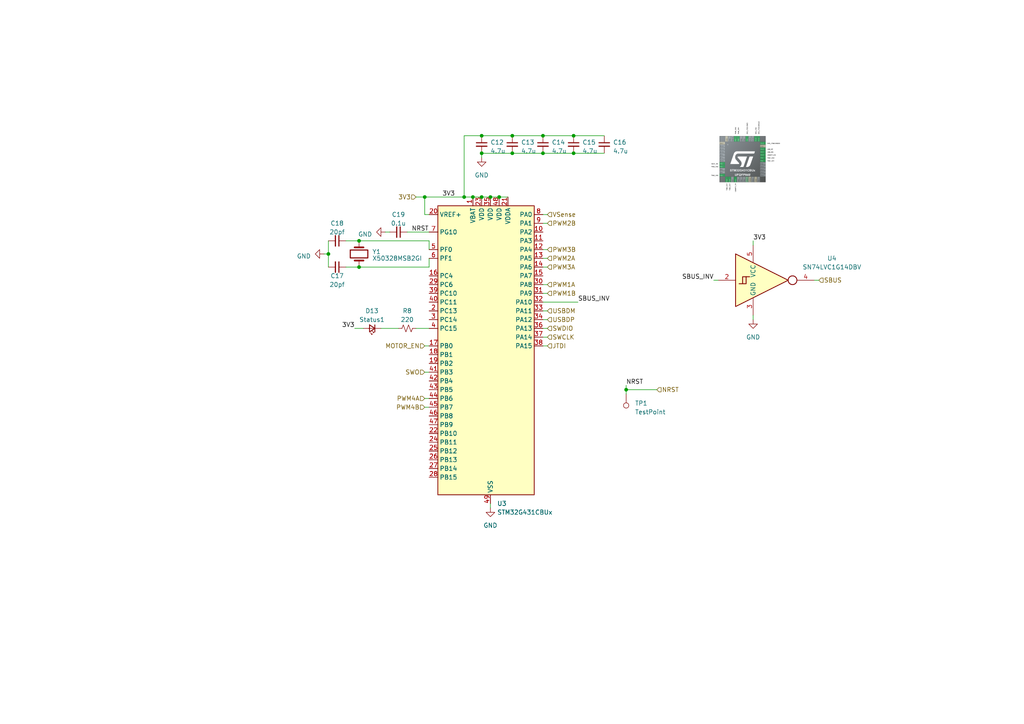
<source format=kicad_sch>
(kicad_sch (version 20230121) (generator eeschema)
  (paper "A4")
  (lib_symbols
    (symbol "74xGxx:SN74LVC1G14DBV"
      (property "Reference" "U" (at -5.08 10.16 0))
      (property "Value" "SN74LVC1G14DBV" (at 20.32 10.16 0))
      (symbol "SN74LVC1G14DBV_0_1"
        (polyline (pts (xy -2.032 1.016) (xy -1.016 1.016)) (stroke (width 0.254)) (fill (type background)))
        (polyline (pts (xy -5.08 7.62) (xy -5.08 -7.62) (xy 10.16 0) (xy -5.08 7.62)) (stroke (width 0.254)) (fill (type background)))
        (polyline (pts (xy -3.048 -1.016) (xy -3.048 1.016) (xy -2.032 1.016) (xy -2.032 -1.016) (xy -4.064 -1.016)) (stroke (width 0.254)) (fill (type background)))
        (circle (center 11.43 0) (radius 1.27) (stroke (width 0.254)))
      )
      (symbol "SN74LVC1G14DBV_1_1"
        (pin no_connect line (at 10.16 0 180) (length 5.08) hide (name "NC") (number "1"))
        (pin input line (at -10.16 0 0) (length 5.08) (name "~") (number "2"))
        (pin power_in line (at 0 -10.16 90) (length 5.08) (name "GND") (number "3"))
        (pin output line (at 17.78 0 180) (length 5.08) (name "~") (number "4"))
        (pin power_in line (at 0 10.16 270) (length 5.08) (name "VCC") (number "5"))
      )
    )
    (symbol "Connector:TestPoint" (pin_numbers hide) (pin_names (offset 0.762) hide)
      (property "Reference" "TP" (at 0 6.858 0))
      (property "Value" "TestPoint" (at 0 5.08 0))
      (symbol "TestPoint_0_1"
        (circle (center 0 3.302) (radius 0.762))
      )
      (symbol "TestPoint_1_1"
        (pin passive line (at 0 0 90) (length 2.54) (name "1") (number "1"))
      )
    )
    (symbol "Device:C_Small" (pin_numbers hide) (pin_names (offset 0.254) hide)
      (property "Reference" "C" (at 0.254 1.778 0))
      (property "Value" "C_Small" (at 0.254 -2.032 0))
      (symbol "C_Small_0_1"
        (polyline (pts (xy -1.524 -0.508) (xy 1.524 -0.508)) (stroke (width 0.3302)))
        (polyline (pts (xy -1.524 0.508) (xy 1.524 0.508)) (stroke (width 0.3048)))
      )
      (symbol "C_Small_1_1"
        (pin passive line (at 0 2.54 270) (length 2.032) (name "~") (number "1"))
        (pin passive line (at 0 -2.54 90) (length 2.032) (name "~") (number "2"))
      )
    )
    (symbol "Device:Crystal" (pin_numbers hide) (pin_names (offset 1.016) hide)
      (property "Reference" "Y" (at 0 3.81 0))
      (property "Value" "Crystal" (at 0 -3.81 0))
      (symbol "Crystal_0_1"
        (rectangle (start -1.143 2.54) (end 1.143 -2.54) (stroke (width 0.3048)))
        (polyline (pts (xy -2.54 0) (xy -1.905 0)))
        (polyline (pts (xy -1.905 -1.27) (xy -1.905 1.27)) (stroke (width 0.508)))
        (polyline (pts (xy 1.905 -1.27) (xy 1.905 1.27)) (stroke (width 0.508)))
        (polyline (pts (xy 2.54 0) (xy 1.905 0)))
      )
      (symbol "Crystal_1_1"
        (pin passive line (at -3.81 0 0) (length 1.27) (name "1") (number "1"))
        (pin passive line (at 3.81 0 180) (length 1.27) (name "2") (number "2"))
      )
    )
    (symbol "Device:LED_Small" (pin_numbers hide) (pin_names (offset 0.254) hide)
      (property "Reference" "D" (at -1.27 3.175 0))
      (property "Value" "LED_Small" (at -4.445 -2.54 0))
      (symbol "LED_Small_0_1"
        (polyline (pts (xy -0.762 -1.016) (xy -0.762 1.016)) (stroke (width 0.254)))
        (polyline (pts (xy 1.016 0) (xy -0.762 0)))
        (polyline (pts (xy 0.762 -1.016) (xy -0.762 0) (xy 0.762 1.016) (xy 0.762 -1.016)) (stroke (width 0.254)))
        (polyline (pts (xy 0 0.762) (xy -0.508 1.27) (xy -0.254 1.27) (xy -0.508 1.27) (xy -0.508 1.016)))
        (polyline (pts (xy 0.508 1.27) (xy 0 1.778) (xy 0.254 1.778) (xy 0 1.778) (xy 0 1.524)))
      )
      (symbol "LED_Small_1_1"
        (pin passive line (at -2.54 0 0) (length 1.778) (name "K") (number "1"))
        (pin passive line (at 2.54 0 180) (length 1.778) (name "A") (number "2"))
      )
    )
    (symbol "Device:R_Small_US" (pin_numbers hide) (pin_names (offset 0.254) hide)
      (property "Reference" "R" (at 0.762 0.508 0))
      (property "Value" "R_Small_US" (at 0.762 -1.016 0))
      (symbol "R_Small_US_1_1"
        (polyline (pts (xy 0 0) (xy 1.016 -0.381) (xy 0 -0.762) (xy -1.016 -1.143) (xy 0 -1.524)))
        (polyline (pts (xy 0 1.524) (xy 1.016 1.143) (xy 0 0.762) (xy -1.016 0.381) (xy 0 0)))
        (pin passive line (at 0 2.54 270) (length 1.016) (name "~") (number "1"))
        (pin passive line (at 0 -2.54 90) (length 1.016) (name "~") (number "2"))
      )
    )
    (symbol "MCU_ST_STM32G4:STM32G431CBUx"
      (property "Reference" "U" (at -12.7 44.45 0))
      (property "Value" "STM32G431CBUx" (at 10.16 44.45 0))
      (symbol "STM32G431CBUx_0_1"
        (rectangle (start -12.7 -40.64) (end 15.24 43.18) (stroke (width 0.254)) (fill (type background)))
      )
      (symbol "STM32G431CBUx_1_1"
        (pin power_in line (at -2.54 45.72 270) (length 2.54) (name "VBAT") (number "1"))
        (pin bidirectional line (at 17.78 35.56 180) (length 2.54) (name "PA2") (number "10"))
        (pin bidirectional line (at 17.78 33.02 180) (length 2.54) (name "PA3") (number "11"))
        (pin bidirectional line (at 17.78 30.48 180) (length 2.54) (name "PA4") (number "12"))
        (pin bidirectional line (at 17.78 27.94 180) (length 2.54) (name "PA5") (number "13"))
        (pin bidirectional line (at 17.78 25.4 180) (length 2.54) (name "PA6") (number "14"))
        (pin bidirectional line (at 17.78 22.86 180) (length 2.54) (name "PA7") (number "15"))
        (pin bidirectional line (at -15.24 22.86 0) (length 2.54) (name "PC4") (number "16"))
        (pin bidirectional line (at -15.24 2.54 0) (length 2.54) (name "PB0") (number "17"))
        (pin bidirectional line (at -15.24 0 0) (length 2.54) (name "PB1") (number "18"))
        (pin bidirectional line (at -15.24 -2.54 0) (length 2.54) (name "PB2") (number "19"))
        (pin bidirectional line (at -15.24 12.7 0) (length 2.54) (name "PC13") (number "2"))
        (pin input line (at -15.24 40.64 0) (length 2.54) (name "VREF+") (number "20"))
        (pin power_in line (at 7.62 45.72 270) (length 2.54) (name "VDDA") (number "21"))
        (pin bidirectional line (at -15.24 -22.86 0) (length 2.54) (name "PB10") (number "22"))
        (pin power_in line (at 0 45.72 270) (length 2.54) (name "VDD") (number "23"))
        (pin bidirectional line (at -15.24 -25.4 0) (length 2.54) (name "PB11") (number "24"))
        (pin bidirectional line (at -15.24 -27.94 0) (length 2.54) (name "PB12") (number "25"))
        (pin bidirectional line (at -15.24 -30.48 0) (length 2.54) (name "PB13") (number "26"))
        (pin bidirectional line (at -15.24 -33.02 0) (length 2.54) (name "PB14") (number "27"))
        (pin bidirectional line (at -15.24 -35.56 0) (length 2.54) (name "PB15") (number "28"))
        (pin bidirectional line (at -15.24 20.32 0) (length 2.54) (name "PC6") (number "29"))
        (pin bidirectional line (at -15.24 10.16 0) (length 2.54) (name "PC14") (number "3"))
        (pin bidirectional line (at 17.78 20.32 180) (length 2.54) (name "PA8") (number "30"))
        (pin bidirectional line (at 17.78 17.78 180) (length 2.54) (name "PA9") (number "31"))
        (pin bidirectional line (at 17.78 15.24 180) (length 2.54) (name "PA10") (number "32"))
        (pin bidirectional line (at 17.78 12.7 180) (length 2.54) (name "PA11") (number "33"))
        (pin bidirectional line (at 17.78 10.16 180) (length 2.54) (name "PA12") (number "34"))
        (pin power_in line (at 2.54 45.72 270) (length 2.54) (name "VDD") (number "35"))
        (pin bidirectional line (at 17.78 7.62 180) (length 2.54) (name "PA13") (number "36"))
        (pin bidirectional line (at 17.78 5.08 180) (length 2.54) (name "PA14") (number "37"))
        (pin bidirectional line (at 17.78 2.54 180) (length 2.54) (name "PA15") (number "38"))
        (pin bidirectional line (at -15.24 17.78 0) (length 2.54) (name "PC10") (number "39"))
        (pin bidirectional line (at -15.24 7.62 0) (length 2.54) (name "PC15") (number "4"))
        (pin bidirectional line (at -15.24 15.24 0) (length 2.54) (name "PC11") (number "40"))
        (pin bidirectional line (at -15.24 -5.08 0) (length 2.54) (name "PB3") (number "41"))
        (pin bidirectional line (at -15.24 -7.62 0) (length 2.54) (name "PB4") (number "42"))
        (pin bidirectional line (at -15.24 -10.16 0) (length 2.54) (name "PB5") (number "43"))
        (pin bidirectional line (at -15.24 -12.7 0) (length 2.54) (name "PB6") (number "44"))
        (pin bidirectional line (at -15.24 -15.24 0) (length 2.54) (name "PB7") (number "45"))
        (pin bidirectional line (at -15.24 -17.78 0) (length 2.54) (name "PB8") (number "46"))
        (pin bidirectional line (at -15.24 -20.32 0) (length 2.54) (name "PB9") (number "47"))
        (pin power_in line (at 5.08 45.72 270) (length 2.54) (name "VDD") (number "48"))
        (pin power_in line (at 2.54 -43.18 90) (length 2.54) (name "VSS") (number "49"))
        (pin bidirectional line (at -15.24 30.48 0) (length 2.54) (name "PF0") (number "5"))
        (pin bidirectional line (at -15.24 27.94 0) (length 2.54) (name "PF1") (number "6"))
        (pin bidirectional line (at -15.24 35.56 0) (length 2.54) (name "PG10") (number "7"))
        (pin bidirectional line (at 17.78 40.64 180) (length 2.54) (name "PA0") (number "8"))
        (pin bidirectional line (at 17.78 38.1 180) (length 2.54) (name "PA1") (number "9"))
      )
    )
    (symbol "power:GND" (power) (pin_names (offset 0))
      (property "Value" "GND" (at 0 -3.81 0))
      (symbol "GND_0_1"
        (polyline (pts (xy 0 0) (xy 0 -1.27) (xy 1.27 -1.27) (xy 0 -2.54) (xy -1.27 -1.27) (xy 0 -1.27)))
      )
      (symbol "GND_1_1"
        (pin power_in line (at 0 0 270) (length 0) hide (name "GND") (number "1"))
      )
    )
  )
  (junction (at 157.48 39.37))
  (junction (at 104.14 77.47))
  (junction (at 139.7 44.45))
  (junction (at 142.24 57.15))
  (junction (at 181.61 113.03))
  (junction (at 123.19 57.15))
  (junction (at 134.62 57.15))
  (junction (at 95.25 73.66))
  (junction (at 139.7 39.37))
  (junction (at 166.37 44.45))
  (junction (at 144.78 57.15))
  (junction (at 104.14 69.85))
  (junction (at 166.37 39.37))
  (junction (at 148.59 39.37))
  (junction (at 148.59 44.45))
  (junction (at 137.16 57.15))
  (junction (at 139.7 57.15))
  (junction (at 157.48 44.45))
  (wire (pts (xy 102.87 95.25) (xy 105.41 95.25)))
  (wire (pts (xy 157.48 100.33) (xy 158.75 100.33)))
  (wire (pts (xy 93.98 73.66) (xy 95.25 73.66)))
  (wire (pts (xy 157.48 92.71) (xy 158.75 92.71)))
  (wire (pts (xy 123.19 107.95) (xy 124.46 107.95)))
  (wire (pts (xy 148.59 39.37) (xy 157.48 39.37)))
  (wire (pts (xy 157.48 82.55) (xy 158.75 82.55)))
  (wire (pts (xy 142.24 146.05) (xy 142.24 147.32)))
  (wire (pts (xy 100.33 69.85) (xy 104.14 69.85)))
  (wire (pts (xy 166.37 44.45) (xy 175.26 44.45)))
  (wire (pts (xy 110.49 95.25) (xy 115.57 95.25)))
  (wire (pts (xy 181.61 113.03) (xy 190.5 113.03)))
  (wire (pts (xy 139.7 44.45) (xy 139.7 45.72)))
  (wire (pts (xy 157.48 95.25) (xy 158.75 95.25)))
  (wire (pts (xy 157.48 64.77) (xy 158.75 64.77)))
  (wire (pts (xy 181.61 111.76) (xy 181.61 113.03)))
  (wire (pts (xy 120.65 95.25) (xy 124.46 95.25)))
  (wire (pts (xy 157.48 44.45) (xy 166.37 44.45)))
  (wire (pts (xy 134.62 57.15) (xy 137.16 57.15)))
  (wire (pts (xy 218.44 91.44) (xy 218.44 92.71)))
  (wire (pts (xy 118.11 67.31) (xy 124.46 67.31)))
  (wire (pts (xy 139.7 44.45) (xy 148.59 44.45)))
  (wire (pts (xy 124.46 77.47) (xy 104.14 77.47)))
  (wire (pts (xy 157.48 97.79) (xy 158.75 97.79)))
  (wire (pts (xy 157.48 85.09) (xy 158.75 85.09)))
  (wire (pts (xy 236.22 81.28) (xy 237.49 81.28)))
  (wire (pts (xy 157.48 87.63) (xy 167.64 87.63)))
  (wire (pts (xy 123.19 57.15) (xy 134.62 57.15)))
  (wire (pts (xy 111.76 67.31) (xy 113.03 67.31)))
  (wire (pts (xy 148.59 44.45) (xy 157.48 44.45)))
  (wire (pts (xy 100.33 77.47) (xy 104.14 77.47)))
  (wire (pts (xy 139.7 57.15) (xy 142.24 57.15)))
  (wire (pts (xy 157.48 39.37) (xy 166.37 39.37)))
  (wire (pts (xy 123.19 100.33) (xy 124.46 100.33)))
  (wire (pts (xy 134.62 39.37) (xy 139.7 39.37)))
  (wire (pts (xy 104.14 69.85) (xy 124.46 69.85)))
  (wire (pts (xy 157.48 62.23) (xy 158.75 62.23)))
  (wire (pts (xy 134.62 57.15) (xy 134.62 39.37)))
  (wire (pts (xy 123.19 115.57) (xy 124.46 115.57)))
  (wire (pts (xy 207.01 81.28) (xy 208.28 81.28)))
  (wire (pts (xy 95.25 69.85) (xy 95.25 73.66)))
  (wire (pts (xy 137.16 57.15) (xy 139.7 57.15)))
  (wire (pts (xy 124.46 69.85) (xy 124.46 72.39)))
  (wire (pts (xy 124.46 74.93) (xy 124.46 77.47)))
  (wire (pts (xy 157.48 72.39) (xy 158.75 72.39)))
  (wire (pts (xy 123.19 57.15) (xy 123.19 62.23)))
  (wire (pts (xy 181.61 113.03) (xy 181.61 114.3)))
  (wire (pts (xy 144.78 57.15) (xy 147.32 57.15)))
  (wire (pts (xy 142.24 57.15) (xy 144.78 57.15)))
  (wire (pts (xy 157.48 74.93) (xy 158.75 74.93)))
  (wire (pts (xy 123.19 118.11) (xy 124.46 118.11)))
  (wire (pts (xy 166.37 39.37) (xy 175.26 39.37)))
  (wire (pts (xy 157.48 90.17) (xy 158.75 90.17)))
  (wire (pts (xy 139.7 39.37) (xy 148.59 39.37)))
  (wire (pts (xy 120.65 57.15) (xy 123.19 57.15)))
  (wire (pts (xy 95.25 73.66) (xy 95.25 77.47)))
  (wire (pts (xy 157.48 77.47) (xy 158.75 77.47)))
  (wire (pts (xy 218.44 69.85) (xy 218.44 71.12)))
  (wire (pts (xy 124.46 62.23) (xy 123.19 62.23)))
  (image (at 215.9 45.72) (scale 0.323341))
  (label "3V3" (at 102.87 95.25 180))
  (label "SBUS_INV" (at 207.01 81.28 180))
  (label "SBUS_INV" (at 167.64 87.63 0))
  (label "3V3" (at 128.27 57.15 0))
  (label "3V3" (at 218.44 69.85 0))
  (label "NRST" (at 119.38 67.31 0))
  (label "NRST" (at 181.61 111.76 0))
  (hierarchical_label "MOTOR_EN" (shape input) (at 123.19 100.33 180))
  (hierarchical_label "PWM3A" (shape input) (at 158.75 77.47 0))
  (hierarchical_label "PWM4B" (shape input) (at 123.19 118.11 180))
  (hierarchical_label "NRST" (shape input) (at 190.5 113.03 0))
  (hierarchical_label "PWM4A" (shape input) (at 123.19 115.57 180))
  (hierarchical_label "PWM2A" (shape input) (at 158.75 74.93 0))
  (hierarchical_label "SWO" (shape input) (at 123.19 107.95 180))
  (hierarchical_label "PWM1A" (shape input) (at 158.75 82.55 0))
  (hierarchical_label "SWCLK" (shape input) (at 158.75 97.79 0))
  (hierarchical_label "USBDP" (shape input) (at 158.75 92.71 0))
  (hierarchical_label "SWDIO" (shape input) (at 158.75 95.25 0))
  (hierarchical_label "USBDM" (shape input) (at 158.75 90.17 0))
  (hierarchical_label "SBUS" (shape input) (at 237.49 81.28 0))
  (hierarchical_label "PWM2B" (shape input) (at 158.75 64.77 0))
  (hierarchical_label "PWM1B" (shape input) (at 158.75 85.09 0))
  (hierarchical_label "PWM3B" (shape input) (at 158.75 72.39 0))
  (hierarchical_label "JTDI" (shape input) (at 158.75 100.33 0))
  (hierarchical_label "VSense" (shape input) (at 158.75 62.23 0))
  (hierarchical_label "3V3" (shape input) (at 120.65 57.15 180))
  (symbol (lib_id "power:GND") (at 93.98 73.66 270) (unit 1)
    (property "Reference" "#PWR017" (effects hide))
    (property "Value" "GND" (at 90.17 74.295 90) (effects (justify right)))
  )
  (symbol (lib_id "Device:LED_Small") (at 107.95 95.25 180) (unit 1)
    (property "Reference" "D13" (at 107.8865 90.17 0))
    (property "Value" "Status1" (at 107.8865 92.71 0))
    (property "Footprint" "LED_SMD:LED_0603_1608Metric" (effects hide))
  )
  (symbol (lib_id "Device:C_Small") (at 175.26 41.91 0) (unit 1)
    (property "Reference" "C16" (at 177.8 41.2813 0) (effects (justify left)))
    (property "Value" "4.7u" (at 177.8 43.8213 0) (effects (justify left)))
    (property "Footprint" "Capacitor_SMD:C_0603_1608Metric" (effects hide))
  )
  (symbol (lib_id "power:GND") (at 142.24 147.32 0) (unit 1)
    (property "Reference" "#PWR016" (effects hide))
    (property "Value" "GND" (at 142.24 152.4 0))
  )
  (symbol (lib_id "74xGxx:SN74LVC1G14DBV") (at 218.44 81.28 0) (unit 1)
    (property "Reference" "U4" (at 241.3 74.93 0))
    (property "Value" "SN74LVC1G14DBV" (at 241.3 77.47 0))
    (property "Footprint" "Package_TO_SOT_SMD:SOT-23-5" (effects hide))
    (property "Datasheet" "http://www.ti.com/lit/ds/symlink/sn74lvc1g14.pdf" (effects hide))
  )
  (symbol (lib_id "Device:C_Small") (at 157.48 41.91 0) (unit 1)
    (property "Reference" "C14" (at 160.02 41.2813 0) (effects (justify left)))
    (property "Value" "4.7u" (at 160.02 43.8213 0) (effects (justify left)))
    (property "Footprint" "Capacitor_SMD:C_0603_1608Metric" (effects hide))
  )
  (symbol (lib_id "power:GND") (at 111.76 67.31 270) (unit 1)
    (property "Reference" "#PWR018" (effects hide))
    (property "Value" "GND" (at 107.95 67.945 90) (effects (justify right)))
  )
  (symbol (lib_id "power:GND") (at 139.7 45.72 0) (unit 1)
    (property "Reference" "#PWR015" (effects hide))
    (property "Value" "GND" (at 139.7 50.8 0))
  )
  (symbol (lib_id "Device:Crystal") (at 104.14 73.66 90) (unit 1)
    (property "Reference" "Y1" (at 107.95 73.025 90) (effects (justify right)))
    (property "Value" "X50328MSB2GI" (at 107.95 74.93 90) (effects (justify right)))
    (property "Footprint" "Crystal:Crystal_SMD_5032-2Pin_5.0x3.2mm" (effects hide))
  )
  (symbol (lib_id "Device:C_Small") (at 166.37 41.91 0) (unit 1)
    (property "Reference" "C15" (at 168.91 41.2813 0) (effects (justify left)))
    (property "Value" "4.7u" (at 168.91 43.8213 0) (effects (justify left)))
    (property "Footprint" "Capacitor_SMD:C_0603_1608Metric" (effects hide))
  )
  (symbol (lib_id "Device:C_Small") (at 115.57 67.31 270) (unit 1)
    (property "Reference" "C19" (at 115.5636 62.23 90))
    (property "Value" "0.1u" (at 115.5636 64.77 90))
    (property "Footprint" "Capacitor_SMD:C_0603_1608Metric" (effects hide))
  )
  (symbol (lib_id "Device:C_Small") (at 148.59 41.91 0) (unit 1)
    (property "Reference" "C13" (at 151.13 41.2813 0) (effects (justify left)))
    (property "Value" "4.7u" (at 151.13 43.8213 0) (effects (justify left)))
    (property "Footprint" "Capacitor_SMD:C_0603_1608Metric" (effects hide))
  )
  (symbol (lib_id "Device:C_Small") (at 139.7 41.91 0) (unit 1)
    (property "Reference" "C12" (at 142.24 41.2813 0) (effects (justify left)))
    (property "Value" "4.7u" (at 142.24 43.8213 0) (effects (justify left)))
    (property "Footprint" "Capacitor_SMD:C_0603_1608Metric" (effects hide))
  )
  (symbol (lib_id "power:GND") (at 218.44 92.71 0) (unit 1)
    (property "Reference" "#PWR019" (effects hide))
    (property "Value" "GND" (at 218.44 97.79 0))
  )
  (symbol (lib_id "Device:C_Small") (at 97.79 77.47 270) (unit 1)
    (property "Reference" "C17" (at 97.79 80.01 90))
    (property "Value" "20pf" (at 97.79 82.55 90))
    (property "Footprint" "Capacitor_SMD:C_0603_1608Metric" (effects hide))
  )
  (symbol (lib_id "MCU_ST_STM32G4:STM32G431CBUx") (at 139.7 102.87 0) (unit 1)
    (property "Reference" "U3" (at 144.1959 146.05 0) (effects (justify left)))
    (property "Value" "STM32G431CBUx" (at 144.1959 148.59 0) (effects (justify left)))
    (property "Footprint" "Package_DFN_QFN:QFN-48-1EP_7x7mm_P0.5mm_EP5.6x5.6mm" (effects hide))
    (property "Datasheet" "https://www.st.com/resource/en/datasheet/stm32g431cb.pdf" (effects hide))
  )
  (symbol (lib_id "Device:C_Small") (at 97.79 69.85 270) (unit 1)
    (property "Reference" "C18" (at 97.79 64.77 90))
    (property "Value" "20pf" (at 97.79 67.31 90))
    (property "Footprint" "Capacitor_SMD:C_0603_1608Metric" (effects hide))
  )
  (symbol (lib_id "Device:R_Small_US") (at 118.11 95.25 90) (unit 1)
    (property "Reference" "R8" (at 118.11 90.17 90))
    (property "Value" "220" (at 118.11 92.71 90))
    (property "Footprint" "Resistor_SMD:R_0603_1608Metric" (effects hide))
  )
  (symbol (lib_id "Connector:TestPoint") (at 181.61 114.3 180) (unit 1)
    (property "Reference" "TP1" (at 184.15 116.967 0) (effects (justify right)))
    (property "Value" "TestPoint" (at 184.15 119.507 0) (effects (justify right)))
    (property "Footprint" "TestPoint:TestPoint_Pad_2.5x2.5mm" (effects hide))
  )
)
</source>
